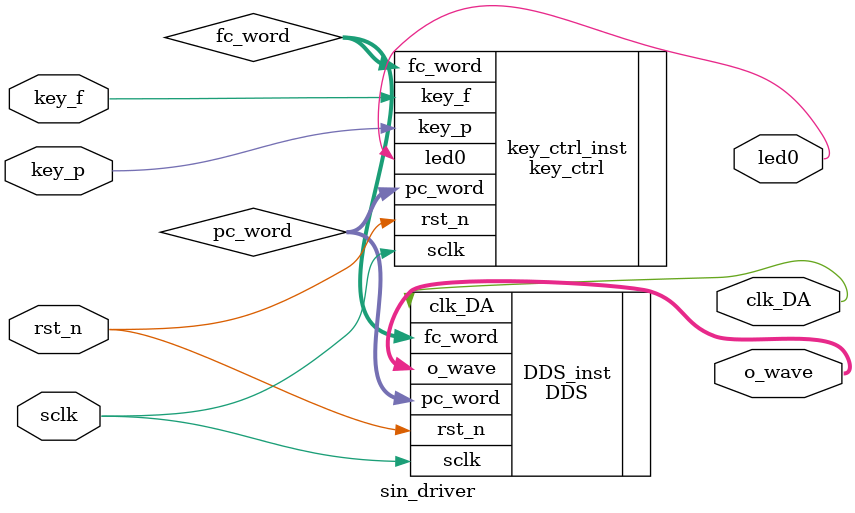
<source format=v>
module sin_driver (
   input wire sclk,
   input wire rst_n,
   input key_f,
   input key_p,
   
   output wire [7:0] o_wave,
   output wire clk_DA,
	 output wire led0

);

   wire [29:0] fc_word;
   wire [29:0] pc_word;
   //wire clk_DA;
  // wire pd;
   

	key_ctrl key_ctrl_inst (
      .sclk(sclk),
      .rst_n(rst_n),
      .key_f(key_f),
      .key_p(key_p),
      .fc_word(fc_word),
      .pc_word(pc_word),
		.led0(led0)
);


  DDS DDS_inst	(
					.sclk(sclk),
					.rst_n(rst_n),
					.fc_word(fc_word),
					.pc_word(pc_word),
					.o_wave(o_wave),
					.clk_DA(clk_DA),
					
);
										
									
endmodule
</source>
